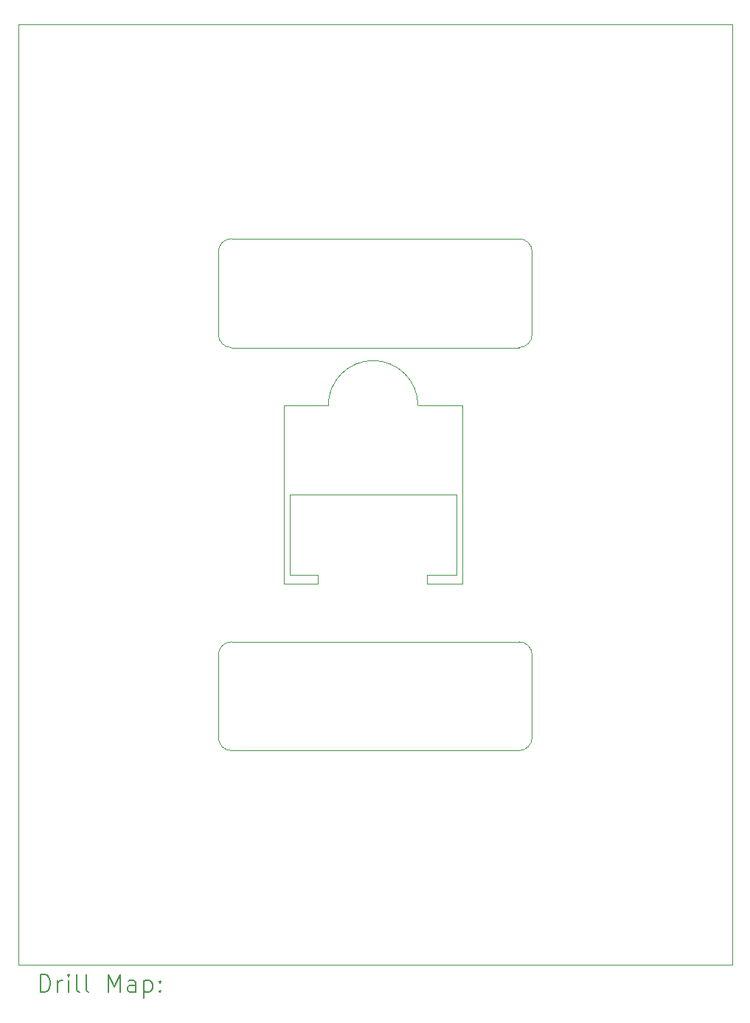
<source format=gbr>
%FSLAX45Y45*%
G04 Gerber Fmt 4.5, Leading zero omitted, Abs format (unit mm)*
G04 Created by KiCad (PCBNEW (6.0.5)) date 2023-05-08 02:17:46*
%MOMM*%
%LPD*%
G01*
G04 APERTURE LIST*
%TA.AperFunction,Profile*%
%ADD10C,0.100000*%
%TD*%
%TA.AperFunction,Profile*%
%ADD11C,0.050000*%
%TD*%
%ADD12C,0.200000*%
G04 APERTURE END LIST*
D10*
X13179000Y-9968000D02*
X13179000Y-8174799D01*
X13179000Y-9968000D02*
X13179000Y-10223000D01*
D11*
X10129200Y-14599800D02*
X18329200Y-14599800D01*
D10*
X13572000Y-10123000D02*
X13247000Y-10123000D01*
D11*
X18329200Y-3799800D02*
X10129200Y-3799800D01*
D10*
X14825000Y-10122000D02*
X14825000Y-10223000D01*
X13690000Y-8175000D02*
X13179000Y-8174799D01*
X13246000Y-10223000D02*
X13179000Y-10223000D01*
X12428923Y-7359767D02*
G75*
G03*
X12578917Y-7509767I149997J-3D01*
G01*
X13572000Y-10123000D02*
X13572000Y-10221000D01*
X13246000Y-10223000D02*
X13572000Y-10221000D01*
X15880000Y-12140000D02*
G75*
G03*
X16030000Y-11990000I0J150000D01*
G01*
X14825000Y-10223000D02*
X15138000Y-10224000D01*
X13246000Y-9968000D02*
X13247000Y-10123000D01*
X12578566Y-10890066D02*
G75*
G03*
X12428566Y-11040066I4J-150004D01*
G01*
D11*
X18329200Y-14599800D02*
X18329200Y-3799800D01*
D10*
X16029917Y-6409767D02*
X16029917Y-7359767D01*
X15229000Y-8174799D02*
X15229000Y-9969000D01*
X12429000Y-11990000D02*
G75*
G03*
X12579000Y-12140000I150000J0D01*
G01*
X15879917Y-7509767D02*
G75*
G03*
X16029917Y-7359767I3J149997D01*
G01*
X13245000Y-9194500D02*
X13246000Y-9968000D01*
D11*
X10129200Y-14599800D02*
X10129200Y-3799800D01*
D10*
X15879917Y-6259767D02*
X12578483Y-6259833D01*
X14720000Y-8175000D02*
G75*
G03*
X13690000Y-8175000I-515000J205D01*
G01*
X12428917Y-7359767D02*
X12428483Y-6409833D01*
X14720000Y-8175000D02*
X15229000Y-8174799D01*
X15137000Y-10122000D02*
X15162000Y-10122000D01*
X12578483Y-6259833D02*
G75*
G03*
X12428483Y-6409833I-3J-149997D01*
G01*
X15137000Y-10122000D02*
X14825000Y-10122000D01*
X15162000Y-9969000D02*
X15159000Y-9195500D01*
X16029923Y-6409767D02*
G75*
G03*
X15879917Y-6259767I-150003J-3D01*
G01*
X12579000Y-12140000D02*
X15880000Y-12140000D01*
X15229000Y-9969000D02*
X15229000Y-10224000D01*
X16030000Y-11040000D02*
G75*
G03*
X15880000Y-10890000I-150000J0D01*
G01*
X15162000Y-9969000D02*
X15162000Y-10122000D01*
X12429000Y-11990000D02*
X12428566Y-11040066D01*
X15159000Y-9195500D02*
X13245000Y-9194500D01*
X15138000Y-10224000D02*
X15229000Y-10224000D01*
X12578917Y-7509767D02*
X15879917Y-7509767D01*
X15880000Y-10890000D02*
X12578566Y-10890066D01*
X16030000Y-11040000D02*
X16030000Y-11990000D01*
D12*
X10384319Y-14912776D02*
X10384319Y-14712776D01*
X10431938Y-14712776D01*
X10460510Y-14722300D01*
X10479557Y-14741347D01*
X10489081Y-14760395D01*
X10498605Y-14798490D01*
X10498605Y-14827062D01*
X10489081Y-14865157D01*
X10479557Y-14884204D01*
X10460510Y-14903252D01*
X10431938Y-14912776D01*
X10384319Y-14912776D01*
X10584319Y-14912776D02*
X10584319Y-14779442D01*
X10584319Y-14817538D02*
X10593843Y-14798490D01*
X10603367Y-14788966D01*
X10622414Y-14779442D01*
X10641462Y-14779442D01*
X10708129Y-14912776D02*
X10708129Y-14779442D01*
X10708129Y-14712776D02*
X10698605Y-14722300D01*
X10708129Y-14731823D01*
X10717652Y-14722300D01*
X10708129Y-14712776D01*
X10708129Y-14731823D01*
X10831938Y-14912776D02*
X10812890Y-14903252D01*
X10803367Y-14884204D01*
X10803367Y-14712776D01*
X10936700Y-14912776D02*
X10917652Y-14903252D01*
X10908129Y-14884204D01*
X10908129Y-14712776D01*
X11165271Y-14912776D02*
X11165271Y-14712776D01*
X11231938Y-14855633D01*
X11298605Y-14712776D01*
X11298605Y-14912776D01*
X11479557Y-14912776D02*
X11479557Y-14808014D01*
X11470033Y-14788966D01*
X11450986Y-14779442D01*
X11412890Y-14779442D01*
X11393843Y-14788966D01*
X11479557Y-14903252D02*
X11460509Y-14912776D01*
X11412890Y-14912776D01*
X11393843Y-14903252D01*
X11384319Y-14884204D01*
X11384319Y-14865157D01*
X11393843Y-14846109D01*
X11412890Y-14836585D01*
X11460509Y-14836585D01*
X11479557Y-14827062D01*
X11574795Y-14779442D02*
X11574795Y-14979442D01*
X11574795Y-14788966D02*
X11593843Y-14779442D01*
X11631938Y-14779442D01*
X11650986Y-14788966D01*
X11660509Y-14798490D01*
X11670033Y-14817538D01*
X11670033Y-14874681D01*
X11660509Y-14893728D01*
X11650986Y-14903252D01*
X11631938Y-14912776D01*
X11593843Y-14912776D01*
X11574795Y-14903252D01*
X11755748Y-14893728D02*
X11765271Y-14903252D01*
X11755748Y-14912776D01*
X11746224Y-14903252D01*
X11755748Y-14893728D01*
X11755748Y-14912776D01*
X11755748Y-14788966D02*
X11765271Y-14798490D01*
X11755748Y-14808014D01*
X11746224Y-14798490D01*
X11755748Y-14788966D01*
X11755748Y-14808014D01*
M02*

</source>
